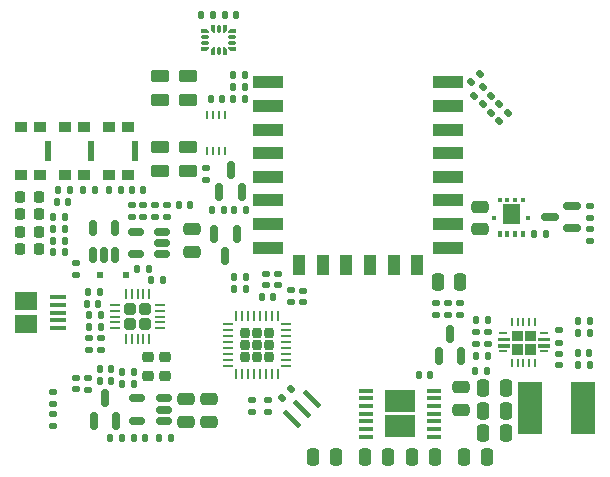
<source format=gtp>
G04 #@! TF.GenerationSoftware,KiCad,Pcbnew,(5.99.0-10089-gf88d39b4f0)*
G04 #@! TF.CreationDate,2021-04-05T01:24:07-04:00*
G04 #@! TF.ProjectId,BattlebotsController,42617474-6c65-4626-9f74-73436f6e7472,rev?*
G04 #@! TF.SameCoordinates,PXb795120PY57bcf00*
G04 #@! TF.FileFunction,Paste,Top*
G04 #@! TF.FilePolarity,Positive*
%FSLAX46Y46*%
G04 Gerber Fmt 4.6, Leading zero omitted, Abs format (unit mm)*
G04 Created by KiCad (PCBNEW (5.99.0-10089-gf88d39b4f0)) date 2021-04-05 01:24:07*
%MOMM*%
%LPD*%
G01*
G04 APERTURE LIST*
G04 Aperture macros list*
%AMRoundRect*
0 Rectangle with rounded corners*
0 $1 Rounding radius*
0 $2 $3 $4 $5 $6 $7 $8 $9 X,Y pos of 4 corners*
0 Add a 4 corners polygon primitive as box body*
4,1,4,$2,$3,$4,$5,$6,$7,$8,$9,$2,$3,0*
0 Add four circle primitives for the rounded corners*
1,1,$1+$1,$2,$3*
1,1,$1+$1,$4,$5*
1,1,$1+$1,$6,$7*
1,1,$1+$1,$8,$9*
0 Add four rect primitives between the rounded corners*
20,1,$1+$1,$2,$3,$4,$5,0*
20,1,$1+$1,$4,$5,$6,$7,0*
20,1,$1+$1,$6,$7,$8,$9,0*
20,1,$1+$1,$8,$9,$2,$3,0*%
%AMRotRect*
0 Rectangle, with rotation*
0 The origin of the aperture is its center*
0 $1 length*
0 $2 width*
0 $3 Rotation angle, in degrees counterclockwise*
0 Add horizontal line*
21,1,$1,$2,0,0,$3*%
%AMFreePoly0*
4,1,17,0.095000,0.280005,0.095001,0.280000,0.095001,-0.280000,0.087770,-0.316355,0.067176,-0.347175,0.036356,-0.367769,0.000001,-0.375000,-0.000001,-0.375000,-0.036356,-0.367769,-0.067176,-0.347175,-0.087770,-0.316355,-0.095001,-0.280000,-0.095001,0.280000,-0.095000,0.280005,-0.095000,0.375000,0.095000,0.375000,0.095000,0.280005,0.095000,0.280005,$1*%
%AMFreePoly1*
4,1,27,0.040969,0.197445,0.050845,0.197445,0.059397,0.192507,0.068934,0.189952,0.075916,0.182970,0.084467,0.178033,0.290533,-0.028033,0.295470,-0.036584,0.302452,-0.043566,0.305008,-0.053104,0.309944,-0.061654,0.309944,-0.071527,0.312500,-0.081066,0.312500,-0.125000,0.302452,-0.162500,0.275000,-0.189952,0.237500,-0.200000,-0.237500,-0.200000,-0.275000,-0.189952,-0.302452,-0.162500,
-0.312500,-0.125000,-0.312500,0.125000,-0.302452,0.162500,-0.275000,0.189952,-0.237500,0.200000,0.031434,0.200000,0.040969,0.197445,0.040969,0.197445,$1*%
%AMFreePoly2*
4,1,27,0.275000,0.189952,0.302452,0.162500,0.312500,0.125000,0.312500,0.081066,0.309944,0.071527,0.309944,0.061654,0.305008,0.053104,0.302452,0.043566,0.295470,0.036584,0.290533,0.028033,0.084467,-0.178033,0.075916,-0.182970,0.068934,-0.189952,0.059397,-0.192507,0.050845,-0.197445,0.040969,-0.197445,0.031434,-0.200000,-0.237500,-0.200000,-0.275000,-0.189952,-0.302452,-0.162500,
-0.312500,-0.125000,-0.312500,0.125000,-0.302452,0.162500,-0.275000,0.189952,-0.237500,0.200000,0.237500,0.200000,0.275000,0.189952,0.275000,0.189952,$1*%
%AMFreePoly3*
4,1,27,0.162500,0.302452,0.189952,0.275000,0.200000,0.237500,0.200000,-0.237500,0.189952,-0.275000,0.162500,-0.302452,0.125000,-0.312500,-0.125000,-0.312500,-0.162500,-0.302452,-0.189952,-0.275000,-0.200000,-0.237500,-0.200000,0.031434,-0.197445,0.040969,-0.197445,0.050845,-0.192507,0.059397,-0.189952,0.068934,-0.182970,0.075916,-0.178033,0.084467,0.028033,0.290533,0.036584,0.295470,
0.043566,0.302452,0.053104,0.305008,0.061654,0.309944,0.071527,0.309944,0.081066,0.312500,0.125000,0.312500,0.162500,0.302452,0.162500,0.302452,$1*%
%AMFreePoly4*
4,1,27,-0.071531,0.309945,-0.061655,0.309945,-0.053103,0.305007,-0.043566,0.302452,-0.036584,0.295470,-0.028033,0.290533,0.178033,0.084467,0.182970,0.075916,0.189952,0.068934,0.192508,0.059396,0.197444,0.050846,0.197444,0.040973,0.200000,0.031434,0.200000,-0.237500,0.189952,-0.275000,0.162500,-0.302452,0.125000,-0.312500,-0.125000,-0.312500,-0.162500,-0.302452,-0.189952,-0.275000,
-0.200000,-0.237500,-0.200000,0.237500,-0.189952,0.275000,-0.162500,0.302452,-0.125000,0.312500,-0.081066,0.312500,-0.071531,0.309945,-0.071531,0.309945,$1*%
%AMFreePoly5*
4,1,27,0.275000,0.189952,0.302452,0.162500,0.312500,0.125000,0.312500,-0.125000,0.302452,-0.162500,0.275000,-0.189952,0.237500,-0.200000,-0.031434,-0.200000,-0.040973,-0.197444,-0.050846,-0.197444,-0.059396,-0.192508,-0.068934,-0.189952,-0.075916,-0.182970,-0.084467,-0.178033,-0.290533,0.028033,-0.295470,0.036584,-0.302452,0.043566,-0.305007,0.053103,-0.309945,0.061655,-0.309945,0.071531,
-0.312500,0.081066,-0.312500,0.125000,-0.302452,0.162500,-0.275000,0.189952,-0.237500,0.200000,0.237500,0.200000,0.275000,0.189952,0.275000,0.189952,$1*%
%AMFreePoly6*
4,1,27,0.275000,0.189952,0.302452,0.162500,0.312500,0.125000,0.312500,-0.125000,0.302452,-0.162500,0.275000,-0.189952,0.237500,-0.200000,-0.237500,-0.200000,-0.275000,-0.189952,-0.302452,-0.162500,-0.312500,-0.125000,-0.312500,-0.081066,-0.309945,-0.071531,-0.309945,-0.061655,-0.305007,-0.053103,-0.302452,-0.043566,-0.295470,-0.036584,-0.290533,-0.028033,-0.084467,0.178033,-0.075916,0.182970,
-0.068934,0.189952,-0.059396,0.192508,-0.050846,0.197444,-0.040973,0.197444,-0.031434,0.200000,0.237500,0.200000,0.275000,0.189952,0.275000,0.189952,$1*%
%AMFreePoly7*
4,1,27,0.162500,0.302452,0.189952,0.275000,0.200000,0.237500,0.200000,-0.031434,0.197444,-0.040973,0.197444,-0.050846,0.192508,-0.059396,0.189952,-0.068934,0.182970,-0.075916,0.178033,-0.084467,-0.028033,-0.290533,-0.036584,-0.295470,-0.043566,-0.302452,-0.053103,-0.305007,-0.061655,-0.309945,-0.071531,-0.309945,-0.081066,-0.312500,-0.125000,-0.312500,-0.162500,-0.302452,-0.189952,-0.275000,
-0.200000,-0.237500,-0.200000,0.237500,-0.189952,0.275000,-0.162500,0.302452,-0.125000,0.312500,0.125000,0.312500,0.162500,0.302452,0.162500,0.302452,$1*%
%AMFreePoly8*
4,1,27,0.162500,0.302452,0.189952,0.275000,0.200000,0.237500,0.200000,-0.237500,0.189952,-0.275000,0.162500,-0.302452,0.125000,-0.312500,0.081066,-0.312500,0.071527,-0.309944,0.061654,-0.309944,0.053104,-0.305008,0.043566,-0.302452,0.036584,-0.295470,0.028033,-0.290533,-0.178033,-0.084467,-0.182970,-0.075916,-0.189952,-0.068934,-0.192507,-0.059397,-0.197445,-0.050845,-0.197445,-0.040969,
-0.200000,-0.031434,-0.200000,0.237500,-0.189952,0.275000,-0.162500,0.302452,-0.125000,0.312500,0.125000,0.312500,0.162500,0.302452,0.162500,0.302452,$1*%
G04 Aperture macros list end*
%ADD10C,0.010000*%
%ADD11RoundRect,0.140000X-0.170000X0.140000X-0.170000X-0.140000X0.170000X-0.140000X0.170000X0.140000X0*%
%ADD12RoundRect,0.140000X0.140000X0.170000X-0.140000X0.170000X-0.140000X-0.170000X0.140000X-0.170000X0*%
%ADD13RoundRect,0.140000X0.170000X-0.140000X0.170000X0.140000X-0.170000X0.140000X-0.170000X-0.140000X0*%
%ADD14RoundRect,0.140000X-0.140000X-0.170000X0.140000X-0.170000X0.140000X0.170000X-0.140000X0.170000X0*%
%ADD15RoundRect,0.218750X-0.218750X-0.256250X0.218750X-0.256250X0.218750X0.256250X-0.218750X0.256250X0*%
%ADD16RoundRect,0.150000X-0.150000X0.587500X-0.150000X-0.587500X0.150000X-0.587500X0.150000X0.587500X0*%
%ADD17RoundRect,0.135000X-0.135000X-0.185000X0.135000X-0.185000X0.135000X0.185000X-0.135000X0.185000X0*%
%ADD18RoundRect,0.135000X0.135000X0.185000X-0.135000X0.185000X-0.135000X-0.185000X0.135000X-0.185000X0*%
%ADD19RoundRect,0.135000X-0.185000X0.135000X-0.185000X-0.135000X0.185000X-0.135000X0.185000X0.135000X0*%
%ADD20R,1.350000X0.400000*%
%ADD21R,1.900000X1.500000*%
%ADD22RoundRect,0.250000X-0.250000X-0.475000X0.250000X-0.475000X0.250000X0.475000X-0.250000X0.475000X0*%
%ADD23RoundRect,0.250000X0.250000X0.475000X-0.250000X0.475000X-0.250000X-0.475000X0.250000X-0.475000X0*%
%ADD24RoundRect,0.250000X0.475000X-0.250000X0.475000X0.250000X-0.475000X0.250000X-0.475000X-0.250000X0*%
%ADD25R,2.050000X4.500000*%
%ADD26RoundRect,0.150000X0.587500X0.150000X-0.587500X0.150000X-0.587500X-0.150000X0.587500X-0.150000X0*%
%ADD27RoundRect,0.135000X0.185000X-0.135000X0.185000X0.135000X-0.185000X0.135000X-0.185000X-0.135000X0*%
%ADD28FreePoly0,270.000000*%
%ADD29FreePoly0,0.000000*%
%ADD30FreePoly0,90.000000*%
%ADD31FreePoly0,180.000000*%
%ADD32R,2.650000X1.850000*%
%ADD33R,1.310000X0.450000*%
%ADD34RoundRect,0.135000X0.035355X-0.226274X0.226274X-0.035355X-0.035355X0.226274X-0.226274X0.035355X0*%
%ADD35RoundRect,0.135000X-0.035355X0.226274X-0.226274X0.035355X0.035355X-0.226274X0.226274X-0.035355X0*%
%ADD36R,1.000000X0.900000*%
%ADD37R,0.550000X1.700000*%
%ADD38RotRect,0.400000X1.900000X225.000000*%
%ADD39RoundRect,0.150000X0.150000X-0.587500X0.150000X0.587500X-0.150000X0.587500X-0.150000X-0.587500X0*%
%ADD40RoundRect,0.207500X0.207500X-0.207500X0.207500X0.207500X-0.207500X0.207500X-0.207500X-0.207500X0*%
%ADD41RoundRect,0.062500X0.062500X-0.375000X0.062500X0.375000X-0.062500X0.375000X-0.062500X-0.375000X0*%
%ADD42RoundRect,0.062500X0.375000X-0.062500X0.375000X0.062500X-0.375000X0.062500X-0.375000X-0.062500X0*%
%ADD43RoundRect,0.218750X-0.256250X0.218750X-0.256250X-0.218750X0.256250X-0.218750X0.256250X0.218750X0*%
%ADD44RoundRect,0.250000X-0.475000X0.250000X-0.475000X-0.250000X0.475000X-0.250000X0.475000X0.250000X0*%
%ADD45R,2.500000X1.000000*%
%ADD46R,1.000000X1.800000*%
%ADD47RoundRect,0.150000X0.512500X0.150000X-0.512500X0.150000X-0.512500X-0.150000X0.512500X-0.150000X0*%
%ADD48FreePoly1,180.000000*%
%ADD49RoundRect,0.100000X0.212500X0.100000X-0.212500X0.100000X-0.212500X-0.100000X0.212500X-0.100000X0*%
%ADD50FreePoly2,180.000000*%
%ADD51FreePoly3,180.000000*%
%ADD52RoundRect,0.100000X0.100000X0.212500X-0.100000X0.212500X-0.100000X-0.212500X0.100000X-0.212500X0*%
%ADD53FreePoly4,180.000000*%
%ADD54FreePoly5,180.000000*%
%ADD55FreePoly6,180.000000*%
%ADD56FreePoly7,180.000000*%
%ADD57FreePoly8,180.000000*%
%ADD58R,0.350000X0.500000*%
%ADD59R,0.380000X0.430000*%
%ADD60R,0.400000X0.300000*%
%ADD61R,0.500000X0.500000*%
%ADD62RoundRect,0.250000X-0.550000X-0.250000X0.550000X-0.250000X0.550000X0.250000X-0.550000X0.250000X0*%
%ADD63RoundRect,0.150000X0.150000X-0.512500X0.150000X0.512500X-0.150000X0.512500X-0.150000X-0.512500X0*%
%ADD64RoundRect,0.250000X-0.255000X0.255000X-0.255000X-0.255000X0.255000X-0.255000X0.255000X0.255000X0*%
%ADD65RoundRect,0.062500X-0.062500X0.350000X-0.062500X-0.350000X0.062500X-0.350000X0.062500X0.350000X0*%
%ADD66RoundRect,0.062500X-0.350000X0.062500X-0.350000X-0.062500X0.350000X-0.062500X0.350000X0.062500X0*%
%ADD67R,0.250000X0.750000*%
G04 APERTURE END LIST*
D10*
G04 #@! TO.C,U8*
X43450000Y17550000D02*
X42630000Y17550000D01*
X42630000Y17550000D02*
X42630000Y18370000D01*
X42630000Y18370000D02*
X43450000Y18370000D01*
X43450000Y18370000D02*
X43450000Y17550000D01*
G36*
X43450000Y17550000D02*
G01*
X42630000Y17550000D01*
X42630000Y18370000D01*
X43450000Y18370000D01*
X43450000Y17550000D01*
G37*
X43450000Y17550000D02*
X42630000Y17550000D01*
X42630000Y18370000D01*
X43450000Y18370000D01*
X43450000Y17550000D01*
X42375000Y17025000D02*
X41475000Y17025000D01*
X41475000Y17025000D02*
X41475000Y17225000D01*
X41475000Y17225000D02*
X42375000Y17225000D01*
X42375000Y17225000D02*
X42375000Y17025000D01*
G36*
X42375000Y17025000D02*
G01*
X41475000Y17025000D01*
X41475000Y17225000D01*
X42375000Y17225000D01*
X42375000Y17025000D01*
G37*
X42375000Y17025000D02*
X41475000Y17025000D01*
X41475000Y17225000D01*
X42375000Y17225000D01*
X42375000Y17025000D01*
X44570000Y16430000D02*
X43750000Y16430000D01*
X43750000Y16430000D02*
X43750000Y17250000D01*
X43750000Y17250000D02*
X44570000Y17250000D01*
X44570000Y17250000D02*
X44570000Y16430000D01*
G36*
X44570000Y16430000D02*
G01*
X43750000Y16430000D01*
X43750000Y17250000D01*
X44570000Y17250000D01*
X44570000Y16430000D01*
G37*
X44570000Y16430000D02*
X43750000Y16430000D01*
X43750000Y17250000D01*
X44570000Y17250000D01*
X44570000Y16430000D01*
X45725000Y17575000D02*
X44825000Y17575000D01*
X44825000Y17575000D02*
X44825000Y17775000D01*
X44825000Y17775000D02*
X45725000Y17775000D01*
X45725000Y17775000D02*
X45725000Y17575000D01*
G36*
X45725000Y17575000D02*
G01*
X44825000Y17575000D01*
X44825000Y17775000D01*
X45725000Y17775000D01*
X45725000Y17575000D01*
G37*
X45725000Y17575000D02*
X44825000Y17575000D01*
X44825000Y17775000D01*
X45725000Y17775000D01*
X45725000Y17575000D01*
X42375000Y17575000D02*
X41475000Y17575000D01*
X41475000Y17575000D02*
X41475000Y17775000D01*
X41475000Y17775000D02*
X42375000Y17775000D01*
X42375000Y17775000D02*
X42375000Y17575000D01*
G36*
X42375000Y17575000D02*
G01*
X41475000Y17575000D01*
X41475000Y17775000D01*
X42375000Y17775000D01*
X42375000Y17575000D01*
G37*
X42375000Y17575000D02*
X41475000Y17575000D01*
X41475000Y17775000D01*
X42375000Y17775000D01*
X42375000Y17575000D01*
X44570000Y17550000D02*
X43750000Y17550000D01*
X43750000Y17550000D02*
X43750000Y18370000D01*
X43750000Y18370000D02*
X44570000Y18370000D01*
X44570000Y18370000D02*
X44570000Y17550000D01*
G36*
X44570000Y17550000D02*
G01*
X43750000Y17550000D01*
X43750000Y18370000D01*
X44570000Y18370000D01*
X44570000Y17550000D01*
G37*
X44570000Y17550000D02*
X43750000Y17550000D01*
X43750000Y18370000D01*
X44570000Y18370000D01*
X44570000Y17550000D01*
X45725000Y17025000D02*
X44825000Y17025000D01*
X44825000Y17025000D02*
X44825000Y17225000D01*
X44825000Y17225000D02*
X45725000Y17225000D01*
X45725000Y17225000D02*
X45725000Y17025000D01*
G36*
X45725000Y17025000D02*
G01*
X44825000Y17025000D01*
X44825000Y17225000D01*
X45725000Y17225000D01*
X45725000Y17025000D01*
G37*
X45725000Y17025000D02*
X44825000Y17025000D01*
X44825000Y17225000D01*
X45725000Y17225000D01*
X45725000Y17025000D01*
X43450000Y16430000D02*
X42630000Y16430000D01*
X42630000Y16430000D02*
X42630000Y17250000D01*
X42630000Y17250000D02*
X43450000Y17250000D01*
X43450000Y17250000D02*
X43450000Y16430000D01*
G36*
X43450000Y16430000D02*
G01*
X42630000Y16430000D01*
X42630000Y17250000D01*
X43450000Y17250000D01*
X43450000Y16430000D01*
G37*
X43450000Y16430000D02*
X42630000Y16430000D01*
X42630000Y17250000D01*
X43450000Y17250000D01*
X43450000Y16430000D01*
G04 #@! TO.C,Q4*
X41885900Y27488250D02*
X41885900Y29131750D01*
X41885900Y29131750D02*
X43214100Y29131750D01*
X43214100Y29131750D02*
X43214100Y27488250D01*
X43214100Y27488250D02*
X41885900Y27488250D01*
G36*
X43214100Y27488250D02*
G01*
X41885900Y27488250D01*
X41885900Y29131750D01*
X43214100Y29131750D01*
X43214100Y27488250D01*
G37*
X43214100Y27488250D02*
X41885900Y27488250D01*
X41885900Y29131750D01*
X43214100Y29131750D01*
X43214100Y27488250D01*
G04 #@! TD*
D11*
G04 #@! TO.C,C27*
X16750000Y31170000D03*
X16750000Y32130000D03*
G04 #@! TD*
D12*
G04 #@! TO.C,C23*
X17140000Y38000000D03*
X18100000Y38000000D03*
G04 #@! TD*
D13*
G04 #@! TO.C,C16*
X22000000Y12480000D03*
X22000000Y11520000D03*
G04 #@! TD*
G04 #@! TO.C,C15*
X20600000Y12480000D03*
X20600000Y11520000D03*
G04 #@! TD*
D11*
G04 #@! TO.C,C14*
X3800000Y10320000D03*
X3800000Y11280000D03*
G04 #@! TD*
G04 #@! TO.C,C4*
X5700000Y24080000D03*
X5700000Y23120000D03*
G04 #@! TD*
D14*
G04 #@! TO.C,C5*
X6770000Y21650000D03*
X7730000Y21650000D03*
G04 #@! TD*
D11*
G04 #@! TO.C,C24*
X5700000Y14380000D03*
X5700000Y13420000D03*
G04 #@! TD*
D15*
G04 #@! TO.C,D6*
X1012500Y29710000D03*
X2587500Y29710000D03*
G04 #@! TD*
G04 #@! TO.C,D3*
X1012500Y25300000D03*
X2587500Y25300000D03*
G04 #@! TD*
D16*
G04 #@! TO.C,Q2*
X19312500Y26600000D03*
X17412500Y26600000D03*
X18362500Y24725000D03*
G04 #@! TD*
D17*
G04 #@! TO.C,R9*
X9590000Y14850000D03*
X10610000Y14850000D03*
G04 #@! TD*
D18*
G04 #@! TO.C,R11*
X10610000Y13850000D03*
X9590000Y13850000D03*
G04 #@! TD*
G04 #@! TO.C,R2*
X20010000Y39000000D03*
X18990000Y39000000D03*
G04 #@! TD*
G04 #@! TO.C,R18*
X4810000Y26000000D03*
X3790000Y26000000D03*
G04 #@! TD*
G04 #@! TO.C,R19*
X4810000Y28000000D03*
X3790000Y28000000D03*
G04 #@! TD*
G04 #@! TO.C,R14*
X4810000Y25000000D03*
X3790000Y25000000D03*
G04 #@! TD*
D19*
G04 #@! TO.C,R31*
X6700000Y14410000D03*
X6700000Y13390000D03*
G04 #@! TD*
D17*
G04 #@! TO.C,R35*
X48190000Y15450000D03*
X49210000Y15450000D03*
G04 #@! TD*
D14*
G04 #@! TO.C,C34*
X10620000Y9300000D03*
X11580000Y9300000D03*
G04 #@! TD*
G04 #@! TO.C,C35*
X12770000Y9300000D03*
X13730000Y9300000D03*
G04 #@! TD*
D20*
G04 #@! TO.C,J3*
X4162500Y21200000D03*
X4162500Y20550000D03*
X4162500Y19900000D03*
X4162500Y19250000D03*
X4162500Y18600000D03*
D21*
X1462500Y20900000D03*
X1462500Y18900000D03*
G04 #@! TD*
D22*
G04 #@! TO.C,C8*
X25800000Y7675000D03*
X27700000Y7675000D03*
G04 #@! TD*
D23*
G04 #@! TO.C,C9*
X32100000Y7675000D03*
X30200000Y7675000D03*
G04 #@! TD*
D22*
G04 #@! TO.C,C10*
X34200000Y7675000D03*
X36100000Y7675000D03*
G04 #@! TD*
D23*
G04 #@! TO.C,C11*
X40500000Y7675000D03*
X38600000Y7675000D03*
G04 #@! TD*
D17*
G04 #@! TO.C,R24*
X44490000Y26600000D03*
X45510000Y26600000D03*
G04 #@! TD*
D19*
G04 #@! TO.C,R29*
X49200000Y28895000D03*
X49200000Y27875000D03*
G04 #@! TD*
G04 #@! TO.C,R27*
X49200000Y27010000D03*
X49200000Y25990000D03*
G04 #@! TD*
D24*
G04 #@! TO.C,C46*
X39900000Y26950000D03*
X39900000Y28850000D03*
G04 #@! TD*
D23*
G04 #@! TO.C,C47*
X38250000Y22500000D03*
X36350000Y22500000D03*
G04 #@! TD*
D25*
G04 #@! TO.C,L1*
X44177500Y11850000D03*
X48677500Y11850000D03*
G04 #@! TD*
D26*
G04 #@! TO.C,Q5*
X47737500Y27050000D03*
X47737500Y28950000D03*
X45862500Y28000000D03*
G04 #@! TD*
D13*
G04 #@! TO.C,C48*
X39550000Y17270000D03*
X39550000Y18230000D03*
G04 #@! TD*
G04 #@! TO.C,C32*
X46600000Y15435000D03*
X46600000Y16395000D03*
G04 #@! TD*
D11*
G04 #@! TO.C,C42*
X40600000Y18230000D03*
X40600000Y17270000D03*
G04 #@! TD*
D27*
G04 #@! TO.C,R38*
X46600000Y17375000D03*
X46600000Y18395000D03*
G04 #@! TD*
D18*
G04 #@! TO.C,R39*
X40610000Y19250000D03*
X39590000Y19250000D03*
G04 #@! TD*
D28*
G04 #@! TO.C,U8*
X45325000Y18150000D03*
D29*
X44600000Y19125000D03*
X44100000Y19125000D03*
X43600000Y19125000D03*
X43100000Y19125000D03*
X42600000Y19125000D03*
D30*
X41875000Y18150000D03*
X41875000Y16650000D03*
D31*
X42600000Y15675000D03*
X43100000Y15675000D03*
X43600000Y15675000D03*
X44100000Y15675000D03*
X44600000Y15675000D03*
D28*
X45325000Y16650000D03*
G04 #@! TD*
D32*
G04 #@! TO.C,U1*
X33140000Y12425000D03*
X33140000Y10275000D03*
D33*
X30290000Y13300000D03*
X30290000Y12650000D03*
X30290000Y12000000D03*
X30295000Y11350000D03*
X30290000Y10700000D03*
X30290000Y10050000D03*
X30290000Y9400000D03*
X35990000Y9400000D03*
X35990000Y10050000D03*
X35990000Y10700000D03*
X35990000Y11350000D03*
X35990000Y12000000D03*
X35990000Y12650000D03*
X35990000Y13300000D03*
G04 #@! TD*
D34*
G04 #@! TO.C,R28*
X39196429Y39396429D03*
X39917677Y40117677D03*
G04 #@! TD*
D35*
G04 #@! TO.C,R26*
X41567731Y37553517D03*
X40846483Y36832269D03*
G04 #@! TD*
D17*
G04 #@! TO.C,R1*
X4190000Y30250000D03*
X5210000Y30250000D03*
G04 #@! TD*
D18*
G04 #@! TO.C,R25*
X20010000Y40000000D03*
X18990000Y40000000D03*
G04 #@! TD*
G04 #@! TO.C,R32*
X20010000Y38000000D03*
X18990000Y38000000D03*
G04 #@! TD*
D34*
G04 #@! TO.C,R30*
X41553590Y36125162D03*
X42274838Y36846410D03*
G04 #@! TD*
D12*
G04 #@! TO.C,C36*
X8680000Y14100000D03*
X7720000Y14100000D03*
G04 #@! TD*
D36*
G04 #@! TO.C,SW1*
X6400000Y31550000D03*
X6400000Y35650000D03*
X4800000Y35650000D03*
X4800000Y31550000D03*
D37*
X7025000Y33600000D03*
G04 #@! TD*
D18*
G04 #@! TO.C,R16*
X4810000Y27000000D03*
X3790000Y27000000D03*
G04 #@! TD*
D15*
G04 #@! TO.C,D5*
X1012500Y26770000D03*
X2587500Y26770000D03*
G04 #@! TD*
D36*
G04 #@! TO.C,SW2*
X2700000Y35650000D03*
X2700000Y31550000D03*
X1100000Y35650000D03*
X1100000Y31550000D03*
D37*
X3325000Y33600000D03*
G04 #@! TD*
D13*
G04 #@! TO.C,C25*
X22800000Y22220000D03*
X22800000Y23180000D03*
G04 #@! TD*
D11*
G04 #@! TO.C,C26*
X21800000Y23165000D03*
X21800000Y22205000D03*
G04 #@! TD*
D36*
G04 #@! TO.C,SW3*
X10100000Y35650000D03*
X10100000Y31550000D03*
X8500000Y31550000D03*
X8500000Y35650000D03*
D37*
X10725000Y33600000D03*
G04 #@! TD*
D17*
G04 #@! TO.C,R33*
X8590000Y9300000D03*
X9610000Y9300000D03*
G04 #@! TD*
D23*
G04 #@! TO.C,C30*
X42100000Y9700000D03*
X40200000Y9700000D03*
G04 #@! TD*
G04 #@! TO.C,C31*
X42100000Y11600000D03*
X40200000Y11600000D03*
G04 #@! TD*
D38*
G04 #@! TO.C,Y1*
X25680357Y12617778D03*
X24831829Y11769250D03*
X23983301Y10920722D03*
G04 #@! TD*
D18*
G04 #@! TO.C,R21*
X20110000Y21900000D03*
X19090000Y21900000D03*
G04 #@! TD*
D17*
G04 #@! TO.C,R23*
X19090000Y22900000D03*
X20110000Y22900000D03*
G04 #@! TD*
D34*
G04 #@! TO.C,R22*
X23189376Y12689376D03*
X23910624Y13410624D03*
G04 #@! TD*
D17*
G04 #@! TO.C,R5*
X17190000Y28600000D03*
X18210000Y28600000D03*
G04 #@! TD*
D18*
G04 #@! TO.C,R6*
X20110000Y28600000D03*
X19090000Y28600000D03*
G04 #@! TD*
D39*
G04 #@! TO.C,Q1*
X17850000Y30115000D03*
X19750000Y30115000D03*
X18800000Y31990000D03*
G04 #@! TD*
D11*
G04 #@! TO.C,C17*
X24900000Y21765000D03*
X24900000Y20805000D03*
G04 #@! TD*
G04 #@! TO.C,C18*
X23900000Y21780000D03*
X23900000Y20820000D03*
G04 #@! TD*
D14*
G04 #@! TO.C,C19*
X21455000Y21200000D03*
X22415000Y21200000D03*
G04 #@! TD*
D40*
G04 #@! TO.C,U5*
X22080000Y16145000D03*
X22080000Y17175000D03*
X22080000Y18205000D03*
X20020000Y16145000D03*
X20020000Y18205000D03*
X20020000Y17175000D03*
X21050000Y16145000D03*
X21050000Y18205000D03*
X21050000Y17175000D03*
D41*
X19300000Y14737500D03*
X19800000Y14737500D03*
X20300000Y14737500D03*
X20800000Y14737500D03*
X21300000Y14737500D03*
X21800000Y14737500D03*
X22300000Y14737500D03*
X22800000Y14737500D03*
D42*
X23487500Y15425000D03*
X23487500Y15925000D03*
X23487500Y16425000D03*
X23487500Y16925000D03*
X23487500Y17425000D03*
X23487500Y17925000D03*
X23487500Y18425000D03*
X23487500Y18925000D03*
D41*
X22800000Y19612500D03*
X22300000Y19612500D03*
X21800000Y19612500D03*
X21300000Y19612500D03*
X20800000Y19612500D03*
X20300000Y19612500D03*
X19800000Y19612500D03*
X19300000Y19612500D03*
D42*
X18612500Y18925000D03*
X18612500Y18425000D03*
X18612500Y17925000D03*
X18612500Y17425000D03*
X18612500Y16925000D03*
X18612500Y16425000D03*
X18612500Y15925000D03*
X18612500Y15425000D03*
G04 #@! TD*
D12*
G04 #@! TO.C,C33*
X49180000Y16500000D03*
X48220000Y16500000D03*
G04 #@! TD*
D43*
G04 #@! TO.C,D1*
X11800000Y16137500D03*
X11800000Y14562500D03*
G04 #@! TD*
D15*
G04 #@! TO.C,D4*
X1012500Y28240000D03*
X2587500Y28240000D03*
G04 #@! TD*
D18*
G04 #@! TO.C,R15*
X9510000Y30300000D03*
X8490000Y30300000D03*
G04 #@! TD*
D44*
G04 #@! TO.C,C2*
X17000000Y12550000D03*
X17000000Y10650000D03*
G04 #@! TD*
D17*
G04 #@! TO.C,R3*
X6290000Y30300000D03*
X7310000Y30300000D03*
G04 #@! TD*
D14*
G04 #@! TO.C,C45*
X10920000Y23600000D03*
X11880000Y23600000D03*
G04 #@! TD*
D39*
G04 #@! TO.C,Q3*
X36450000Y16262500D03*
X38350000Y16262500D03*
X37400000Y18137500D03*
G04 #@! TD*
D13*
G04 #@! TO.C,C20*
X38200000Y19720000D03*
X38200000Y20680000D03*
G04 #@! TD*
D14*
G04 #@! TO.C,C7*
X7720000Y15100000D03*
X8680000Y15100000D03*
G04 #@! TD*
D45*
G04 #@! TO.C,U7*
X22000000Y39400000D03*
X22000000Y37400000D03*
X22000000Y35400000D03*
X22000000Y33400000D03*
X22000000Y31400000D03*
X22000000Y29400000D03*
X22000000Y27400000D03*
X22000000Y25400000D03*
D46*
X24600000Y23900000D03*
X26600000Y23900000D03*
X28600000Y23900000D03*
X30600000Y23900000D03*
X32600000Y23900000D03*
X34600000Y23900000D03*
D45*
X37200000Y25400000D03*
X37200000Y27400000D03*
X37200000Y29400000D03*
X37200000Y31400000D03*
X37200000Y33400000D03*
X37200000Y35400000D03*
X37200000Y37400000D03*
X37200000Y39400000D03*
G04 #@! TD*
D14*
G04 #@! TO.C,C22*
X16320000Y45100000D03*
X17280000Y45100000D03*
G04 #@! TD*
D34*
G04 #@! TO.C,R13*
X39432269Y38246483D03*
X40153517Y38967731D03*
G04 #@! TD*
D47*
G04 #@! TO.C,U9*
X13137500Y10750000D03*
X13137500Y11700000D03*
X13137500Y12650000D03*
X10862500Y12650000D03*
X10862500Y10750000D03*
G04 #@! TD*
D48*
G04 #@! TO.C,U4*
X18962500Y42250000D03*
D49*
X18962500Y42750000D03*
X18962500Y43250000D03*
D50*
X18962500Y43750000D03*
D51*
X18300000Y43912500D03*
D52*
X17800000Y43912500D03*
D53*
X17300000Y43912500D03*
D54*
X16637500Y43750000D03*
D49*
X16637500Y43250000D03*
X16637500Y42750000D03*
D55*
X16637500Y42250000D03*
D56*
X17300000Y42087500D03*
D52*
X17800000Y42087500D03*
D57*
X18300000Y42087500D03*
G04 #@! TD*
D58*
G04 #@! TO.C,Q4*
X43525000Y26550000D03*
D59*
X41135000Y27950000D03*
D60*
X41575000Y29450000D03*
X43525000Y29450000D03*
D59*
X43965000Y27950000D03*
D60*
X42875000Y29450000D03*
X42225000Y29450000D03*
D58*
X42875000Y26550000D03*
X42225000Y26550000D03*
X41575000Y26550000D03*
G04 #@! TD*
D12*
G04 #@! TO.C,C38*
X40580000Y16200000D03*
X39620000Y16200000D03*
G04 #@! TD*
D24*
G04 #@! TO.C,C29*
X38350000Y11700000D03*
X38350000Y13600000D03*
G04 #@! TD*
D61*
G04 #@! TO.C,D7*
X7750000Y23100000D03*
X9950000Y23100000D03*
G04 #@! TD*
D62*
G04 #@! TO.C,SW4*
X15200000Y39900000D03*
X12800000Y39900000D03*
X15200000Y37900000D03*
X12800000Y37900000D03*
X15200000Y33900000D03*
X12800000Y33900000D03*
X15200000Y31900000D03*
X12800000Y31900000D03*
G04 #@! TD*
D12*
G04 #@! TO.C,C3*
X35730000Y14600000D03*
X34770000Y14600000D03*
G04 #@! TD*
D39*
G04 #@! TO.C,Q6*
X7200000Y10762500D03*
X9100000Y10762500D03*
X8150000Y12637500D03*
G04 #@! TD*
D23*
G04 #@! TO.C,C28*
X42100000Y13550000D03*
X40200000Y13550000D03*
G04 #@! TD*
D19*
G04 #@! TO.C,R37*
X12400000Y29010000D03*
X12400000Y27990000D03*
G04 #@! TD*
D14*
G04 #@! TO.C,C21*
X18300000Y45100000D03*
X19260000Y45100000D03*
G04 #@! TD*
D19*
G04 #@! TO.C,R17*
X37200000Y20710000D03*
X37200000Y19690000D03*
G04 #@! TD*
D13*
G04 #@! TO.C,C6*
X7792500Y16775000D03*
X7792500Y17735000D03*
G04 #@! TD*
D18*
G04 #@! TO.C,R7*
X7812500Y19675000D03*
X6792500Y19675000D03*
G04 #@! TD*
D11*
G04 #@! TO.C,C12*
X6792500Y17735000D03*
X6792500Y16775000D03*
G04 #@! TD*
D14*
G04 #@! TO.C,C39*
X10420000Y30300000D03*
X11380000Y30300000D03*
G04 #@! TD*
D18*
G04 #@! TO.C,R4*
X13085000Y22650000D03*
X12065000Y22650000D03*
G04 #@! TD*
D14*
G04 #@! TO.C,C13*
X6620000Y20650000D03*
X7580000Y20650000D03*
G04 #@! TD*
D12*
G04 #@! TO.C,C37*
X15380000Y29000000D03*
X14420000Y29000000D03*
G04 #@! TD*
D27*
G04 #@! TO.C,R20*
X36200000Y19690000D03*
X36200000Y20710000D03*
G04 #@! TD*
D63*
G04 #@! TO.C,U11*
X7150000Y24762500D03*
X8100000Y24762500D03*
X9050000Y24762500D03*
X9050000Y27037500D03*
X7150000Y27037500D03*
G04 #@! TD*
D27*
G04 #@! TO.C,R10*
X3800000Y12170000D03*
X3800000Y13190000D03*
G04 #@! TD*
D64*
G04 #@! TO.C,U2*
X10300000Y18950000D03*
X11550000Y20200000D03*
X11550000Y18950000D03*
X10300000Y20200000D03*
D65*
X11925000Y21512500D03*
X11425000Y21512500D03*
X10925000Y21512500D03*
X10425000Y21512500D03*
X9925000Y21512500D03*
D66*
X8987500Y20575000D03*
X8987500Y20075000D03*
X8987500Y19575000D03*
X8987500Y19075000D03*
X8987500Y18575000D03*
D65*
X9925000Y17637500D03*
X10425000Y17637500D03*
X10925000Y17637500D03*
X11425000Y17637500D03*
X11925000Y17637500D03*
D66*
X12862500Y18575000D03*
X12862500Y19075000D03*
X12862500Y19575000D03*
X12862500Y20075000D03*
X12862500Y20575000D03*
G04 #@! TD*
D35*
G04 #@! TO.C,R12*
X40860624Y38260624D03*
X40139376Y37539376D03*
G04 #@! TD*
D44*
G04 #@! TO.C,C1*
X15000000Y12550000D03*
X15000000Y10650000D03*
G04 #@! TD*
D12*
G04 #@! TO.C,C41*
X5080000Y29300000D03*
X4120000Y29300000D03*
G04 #@! TD*
D17*
G04 #@! TO.C,R36*
X48200000Y18150000D03*
X49220000Y18150000D03*
G04 #@! TD*
D43*
G04 #@! TO.C,D2*
X13270000Y16137500D03*
X13270000Y14562500D03*
G04 #@! TD*
D13*
G04 #@! TO.C,C40*
X10500000Y28020000D03*
X10500000Y28980000D03*
G04 #@! TD*
D17*
G04 #@! TO.C,R8*
X6802500Y18675000D03*
X7822500Y18675000D03*
G04 #@! TD*
D13*
G04 #@! TO.C,C44*
X11400000Y28020000D03*
X11400000Y28980000D03*
G04 #@! TD*
D18*
G04 #@! TO.C,R34*
X40510000Y15000000D03*
X39490000Y15000000D03*
G04 #@! TD*
D47*
G04 #@! TO.C,U10*
X13037500Y24850000D03*
X13037500Y25800000D03*
X13037500Y26750000D03*
X10762500Y26750000D03*
X10762500Y24850000D03*
G04 #@! TD*
D67*
G04 #@! TO.C,U6*
X18350000Y36650000D03*
X17850000Y36650000D03*
X17350000Y36650000D03*
X16850000Y36650000D03*
X16850000Y33550000D03*
X17350000Y33550000D03*
X17850000Y33550000D03*
X18350000Y33550000D03*
G04 #@! TD*
D27*
G04 #@! TO.C,R40*
X13400000Y27990000D03*
X13400000Y29010000D03*
G04 #@! TD*
D18*
G04 #@! TO.C,R41*
X49210000Y19200000D03*
X48190000Y19200000D03*
G04 #@! TD*
D44*
G04 #@! TO.C,C43*
X15500000Y26950000D03*
X15500000Y25050000D03*
G04 #@! TD*
M02*

</source>
